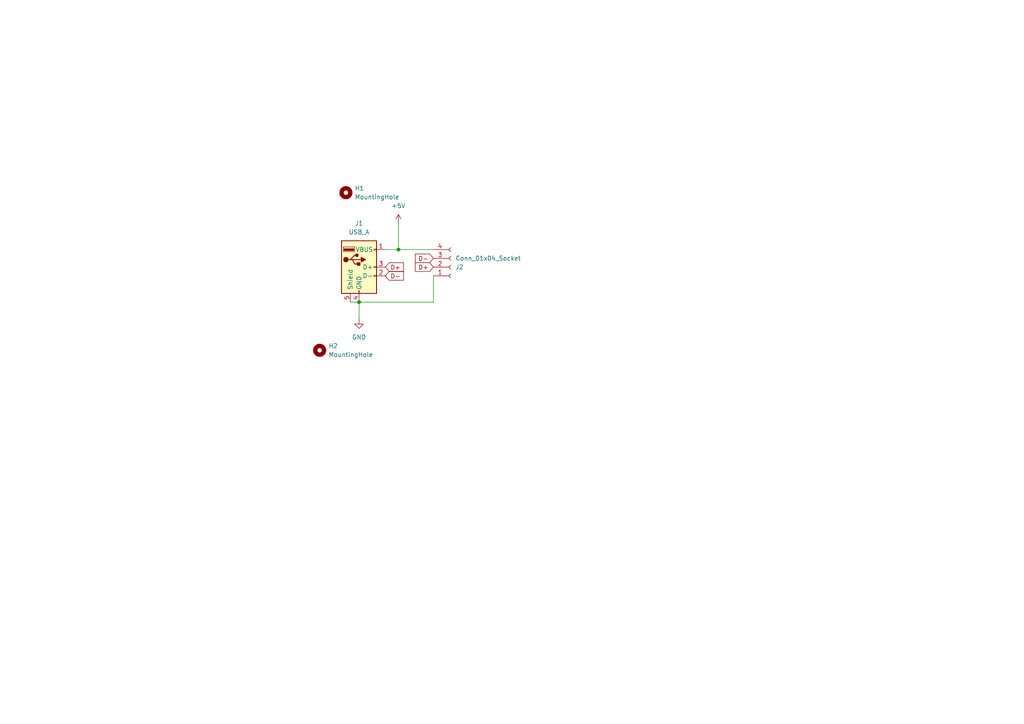
<source format=kicad_sch>
(kicad_sch (version 20250114) (generator "eeschema") (generator_version "9.0")
  (paper "A4")
  (lib_symbols
    (symbol "Connector:Conn_01x04_Socket" (pin_names (offset 1.016) (hide yes))
      (property "Reference" "J" (at 0 5.08 0))
      (property "Value" "Conn_01x04_Socket" (at 0 -7.62 0))
      (symbol "Conn_01x04_Socket_1_1"
        (polyline (pts (xy -1.27 2.54) (xy -0.508 2.54)) (stroke (width 0.1524)))
        (polyline (pts (xy -1.27 0) (xy -0.508 0)) (stroke (width 0.1524)))
        (polyline (pts (xy -1.27 -2.54) (xy -0.508 -2.54)) (stroke (width 0.1524)))
        (polyline (pts (xy -1.27 -5.08) (xy -0.508 -5.08)) (stroke (width 0.1524)))
        (arc (start 0 2.032) (mid -0.5058 2.54) (end 0 3.048) (stroke (width 0.1524)))
        (arc (start 0 -0.508) (mid -0.5058 0) (end 0 0.508) (stroke (width 0.1524)))
        (arc (start 0 -3.048) (mid -0.5058 -2.54) (end 0 -2.032) (stroke (width 0.1524)))
        (arc (start 0 -5.588) (mid -0.5058 -5.08) (end 0 -4.572) (stroke (width 0.1524)))
        (pin passive line (at -5.08 2.54 0) (length 3.81) (name "Pin_1") (number "1"))
        (pin passive line (at -5.08 0 0) (length 3.81) (name "Pin_2") (number "2"))
        (pin passive line (at -5.08 -2.54 0) (length 3.81) (name "Pin_3") (number "3"))
        (pin passive line (at -5.08 -5.08 0) (length 3.81) (name "Pin_4") (number "4"))
      )
    )
    (symbol "Connector:USB_A" (pin_names (offset 1.016))
      (property "Reference" "J" (at -5.08 11.43 0))
      (property "Value" "USB_A" (at -5.08 8.89 0))
      (symbol "USB_A_0_1"
        (rectangle (start -5.08 -7.62) (end 5.08 7.62) (stroke (width 0.254)) (fill (type background)))
        (circle (center -3.81 2.159) (radius 0.635) (stroke (width 0.254)) (fill (type outline)))
        (polyline (pts (xy -3.175 2.159) (xy -2.54 2.159) (xy -1.27 3.429) (xy -0.635 3.429)) (stroke (width 0.254)))
        (polyline (pts (xy -2.54 2.159) (xy -1.905 2.159) (xy -1.27 0.889) (xy 0 0.889)) (stroke (width 0.254)))
        (rectangle (start -1.524 4.826) (end -4.318 5.334) (fill (type outline)))
        (rectangle (start -1.27 4.572) (end -4.572 5.842))
        (circle (center -0.635 3.429) (radius 0.381) (stroke (width 0.254)) (fill (type outline)))
        (rectangle (start -0.127 -7.62) (end 0.127 -6.858))
        (rectangle (start 0.254 1.27) (end -0.508 0.508) (stroke (width 0.254)) (fill (type outline)))
        (polyline (pts (xy 0.635 2.794) (xy 0.635 1.524) (xy 1.905 2.159) (xy 0.635 2.794)) (stroke (width 0.254)) (fill (type outline)))
        (rectangle (start 5.08 4.953) (end 4.318 5.207))
        (rectangle (start 5.08 -0.127) (end 4.318 0.127))
        (rectangle (start 5.08 -2.667) (end 4.318 -2.413))
      )
      (symbol "USB_A_1_1"
        (polyline (pts (xy -1.905 2.159) (xy 0.635 2.159)) (stroke (width 0.254)))
        (pin passive line (at -2.54 -10.16 90) (length 2.54) (name "Shield") (number "5"))
        (pin power_in line (at 0 -10.16 90) (length 2.54) (name "GND") (number "4"))
        (pin power_in line (at 7.62 5.08 180) (length 2.54) (name "VBUS") (number "1"))
        (pin bidirectional line (at 7.62 0 180) (length 2.54) (name "D+") (number "3"))
        (pin bidirectional line (at 7.62 -2.54 180) (length 2.54) (name "D-") (number "2"))
      )
    )
    (symbol "Mechanical:MountingHole" (pin_names (offset 1.016)) (in_bom no)
      (property "Reference" "H" (at 0 5.08 0))
      (property "Value" "MountingHole" (at 0 3.175 0))
      (symbol "MountingHole_0_1"
        (circle (center 0 0) (radius 1.27) (stroke (width 1.27)))
      )
    )
    (symbol "power:+5V" (power) (pin_numbers (hide yes)) (pin_names (offset 0) (hide yes))
      (property "Value" "+5V" (at 0 3.556 0))
      (symbol "+5V_0_1"
        (polyline (pts (xy -0.762 1.27) (xy 0 2.54)))
        (polyline (pts (xy 0 2.54) (xy 0.762 1.27)))
        (polyline (pts (xy 0 0) (xy 0 2.54)))
      )
      (symbol "+5V_1_1"
        (pin power_in line (at 0 0 90) (length 0) (name "~") (number "1"))
      )
    )
    (symbol "power:GND" (power) (pin_numbers (hide yes)) (pin_names (offset 0) (hide yes))
      (property "Value" "GND" (at 0 -3.81 0))
      (symbol "GND_0_1"
        (polyline (pts (xy 0 0) (xy 0 -1.27) (xy 1.27 -1.27) (xy 0 -2.54) (xy -1.27 -1.27) (xy 0 -1.27)))
      )
      (symbol "GND_1_1"
        (pin power_in line (at 0 0 270) (length 0) (name "~") (number "1"))
      )
    )
  )
  (junction (at 104.14 87.63))
  (junction (at 115.57 72.39))
  (wire (pts (xy 125.73 80.01) (xy 125.73 87.63)))
  (wire (pts (xy 104.14 87.63) (xy 104.14 92.71)))
  (wire (pts (xy 115.57 64.77) (xy 115.57 72.39)))
  (wire (pts (xy 111.76 72.39) (xy 115.57 72.39)))
  (wire (pts (xy 104.14 87.63) (xy 125.73 87.63)))
  (wire (pts (xy 101.6 87.63) (xy 104.14 87.63)))
  (wire (pts (xy 115.57 72.39) (xy 125.73 72.39)))
  (global_label "D+" (shape input) (at 125.73 77.47 180) (property "Intersheetrefs" "${INTERSHEET_REFS}" (effects (hide yes))))
  (global_label "D-" (shape input) (at 111.76 80.01 0) (property "Intersheetrefs" "${INTERSHEET_REFS}" (effects (hide yes))))
  (global_label "D+" (shape input) (at 111.76 77.47 0) (property "Intersheetrefs" "${INTERSHEET_REFS}" (effects (hide yes))))
  (global_label "D-" (shape input) (at 125.73 74.93 180) (property "Intersheetrefs" "${INTERSHEET_REFS}" (effects (hide yes))))
  (symbol (lib_id "Mechanical:MountingHole") (at 100.33 55.88 0) (unit 1) (in_bom no)
    (property "Reference" "H1" (at 102.87 54.6099 0) (effects (justify left)))
    (property "Value" "MountingHole" (at 102.87 57.1499 0) (effects (justify left)))
    (property "Footprint" "MountingHole:MountingHole_3.2mm_M3_Pad" (effects (hide yes)))
    (property "Description" "Mounting Hole without connection" (effects (hide yes)))
  )
  (symbol (lib_id "power:+5V") (at 115.57 64.77 0) (unit 1)
    (property "Reference" "#PWR01" (effects (hide yes)))
    (property "Value" "+5V" (at 115.57 59.69 0))
    (property "Description" "Power symbol creates a global label with name \"+5V\"" (effects (hide yes)))
  )
  (symbol (lib_id "Mechanical:MountingHole") (at 92.71 101.6 0) (unit 1) (in_bom no)
    (property "Reference" "H2" (at 95.25 100.3299 0) (effects (justify left)))
    (property "Value" "MountingHole" (at 95.25 102.8699 0) (effects (justify left)))
    (property "Footprint" "MountingHole:MountingHole_3.2mm_M3_Pad" (effects (hide yes)))
    (property "Description" "Mounting Hole without connection" (effects (hide yes)))
  )
  (symbol (lib_id "Connector:Conn_01x04_Socket") (at 130.81 77.47 0) (mirror x) (unit 1)
    (property "Reference" "J2" (at 132.08 77.4701 0) (effects (justify left)))
    (property "Value" "Conn_01x04_Socket" (at 132.08 74.9301 0) (effects (justify left)))
    (property "Footprint" "Connector_PinHeader_2.54mm:PinHeader_1x04_P2.54mm_Vertical" (effects (hide yes)))
    (property "Description" "Generic connector, single row, 01x04, script generated" (effects (hide yes)))
  )
  (symbol (lib_id "Connector:USB_A") (at 104.14 77.47 0) (unit 1)
    (property "Reference" "J1" (at 104.14 64.77 0))
    (property "Value" "USB_A" (at 104.14 67.31 0))
    (property "Footprint" "Custom-USB-A:USB_A_Vertical" (effects (hide yes)))
    (property "Description" "USB Type A connector" (effects (hide yes)))
  )
  (symbol (lib_id "power:GND") (at 104.14 92.71 0) (unit 1)
    (property "Reference" "#PWR02" (effects (hide yes)))
    (property "Value" "GND" (at 104.14 97.79 0))
    (property "Description" "Power symbol creates a global label with name \"GND\" , ground" (effects (hide yes)))
  )
)
</source>
